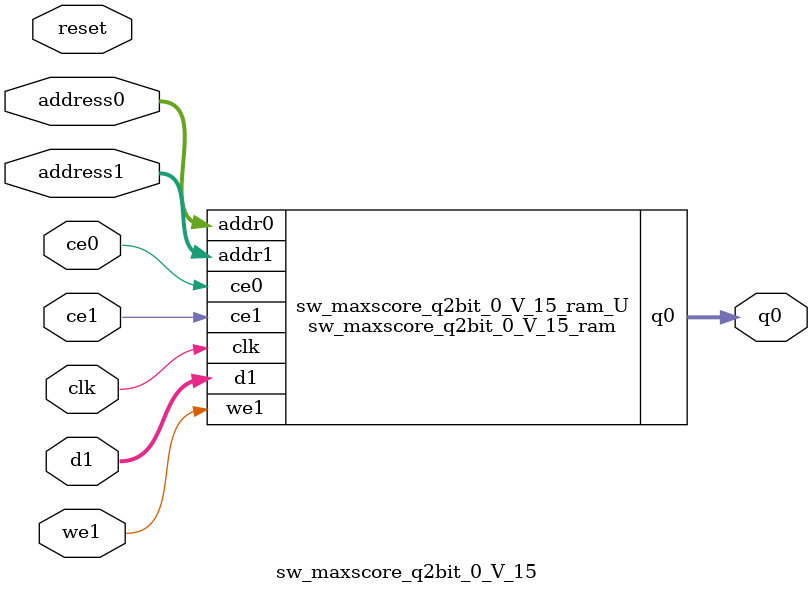
<source format=v>

`timescale 1 ns / 1 ps
module sw_maxscore_q2bit_0_V_15_ram (addr0, ce0, q0, addr1, ce1, d1, we1,  clk);

parameter DWIDTH = 2;
parameter AWIDTH = 2;
parameter MEM_SIZE = 4;

input[AWIDTH-1:0] addr0;
input ce0;
output reg[DWIDTH-1:0] q0;
input[AWIDTH-1:0] addr1;
input ce1;
input[DWIDTH-1:0] d1;
input we1;
input clk;

(* ram_style = "distributed" *)reg [DWIDTH-1:0] ram[0:MEM_SIZE-1];




always @(posedge clk)  
begin 
    if (ce0) 
    begin
            q0 <= ram[addr0];
    end
end


always @(posedge clk)  
begin 
    if (ce1) 
    begin
        if (we1) 
        begin 
            ram[addr1] <= d1; 
        end 
    end
end


endmodule


`timescale 1 ns / 1 ps
module sw_maxscore_q2bit_0_V_15(
    reset,
    clk,
    address0,
    ce0,
    q0,
    address1,
    ce1,
    we1,
    d1);

parameter DataWidth = 32'd2;
parameter AddressRange = 32'd4;
parameter AddressWidth = 32'd2;
input reset;
input clk;
input[AddressWidth - 1:0] address0;
input ce0;
output[DataWidth - 1:0] q0;
input[AddressWidth - 1:0] address1;
input ce1;
input we1;
input[DataWidth - 1:0] d1;



sw_maxscore_q2bit_0_V_15_ram sw_maxscore_q2bit_0_V_15_ram_U(
    .clk( clk ),
    .addr0( address0 ),
    .ce0( ce0 ),
    .q0( q0 ),
    .addr1( address1 ),
    .ce1( ce1 ),
    .d1( d1 ),
    .we1( we1 ));

endmodule


</source>
